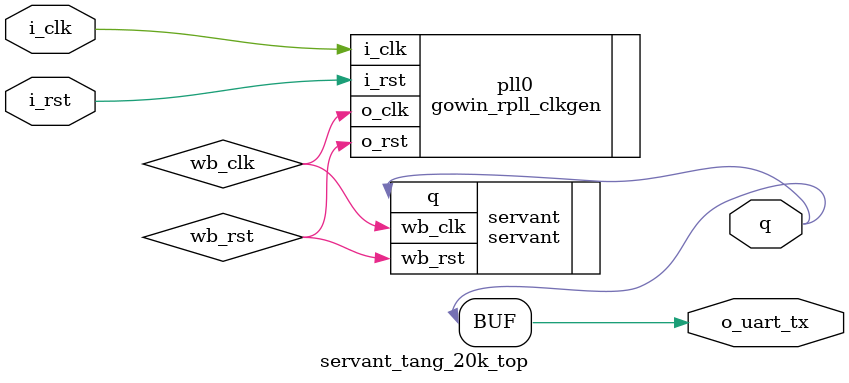
<source format=v>
/*
 * servant_tang_20k.v: servant toplevel for tang nano 20k board.
 *
 * SPDX-FileCopyrightText: 2025 Grug Huhler
 * SPDX-License-Identifier: ISC
 * This file is a simple adaptation of other servant top level
 * files.
 */

`default_nettype none
module servant_tang_20k_top
  (input wire  i_clk, /* 27 MHz */
   input wire  i_rst, /* high when pressed on the 20k */
   output wire o_uart_tx,
   output wire q);

   // serv pre-built software tested:
   //  zephyr_hello.hex: Zephyr RTOS hello world.  Needs 8192 bytes SRAM
   //  zephyr_phil.hex: Dining philosphers works with 32768 bytes of SRAM
   //  zephyr_hello_mt: works with 16384 bytes of SRAM
   //  zephyr_sync: works with 16384 bytes of SRAM
   //  blinky.hex: Very slowly blinks LED.  Works with 128 bytes
   //  hello_uart.hex: Hello without RTOS.  Works with 128 bytes
   parameter memfile = "../sw/zephyr_hello.hex";
   parameter memsize = 65536;

   wire      wb_clk;
   wire      wb_rst;

   assign o_uart_tx = q;
  
   gowin_rpll_clkgen pll0
     (.i_clk(i_clk),
      .i_rst(i_rst),
      .o_clk(wb_clk),
      .o_rst(wb_rst));
  
   servant
     #(.memfile (memfile),
       .memsize (memsize))
   servant
     (.wb_clk (wb_clk),
      .wb_rst (wb_rst),
      .q      (q));

endmodule

</source>
